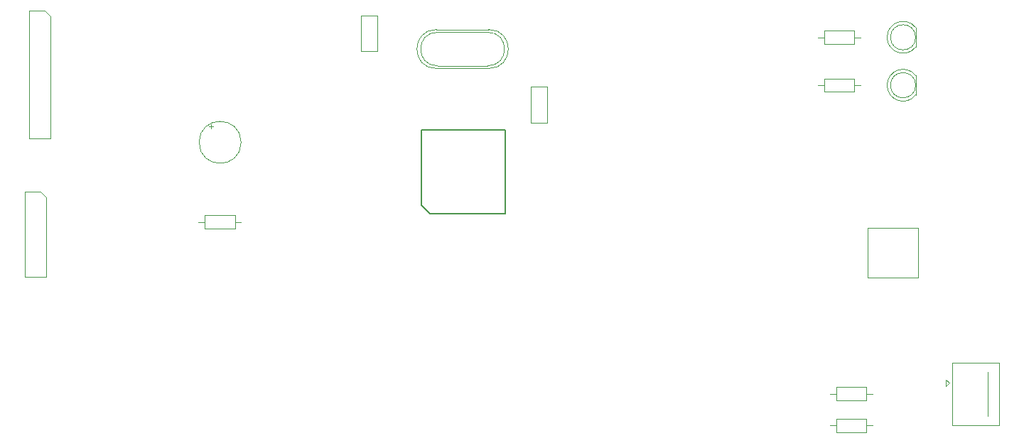
<source format=gbr>
%TF.GenerationSoftware,KiCad,Pcbnew,(5.1.6)-1*%
%TF.CreationDate,2020-10-19T12:16:10+08:00*%
%TF.ProjectId,sim,73696d2e-6b69-4636-9164-5f7063625858,rev?*%
%TF.SameCoordinates,Original*%
%TF.FileFunction,Other,Fab,Bot*%
%FSLAX46Y46*%
G04 Gerber Fmt 4.6, Leading zero omitted, Abs format (unit mm)*
G04 Created by KiCad (PCBNEW (5.1.6)-1) date 2020-10-19 12:16:10*
%MOMM*%
%LPD*%
G01*
G04 APERTURE LIST*
%ADD10C,0.100000*%
%ADD11C,0.150000*%
G04 APERTURE END LIST*
D10*
%TO.C,SW1*%
X162175000Y-76665000D02*
X168175000Y-76665000D01*
X162175000Y-82665000D02*
X168175000Y-82665000D01*
X168175000Y-82665000D02*
X168175000Y-76665000D01*
X162175000Y-82665000D02*
X162175000Y-76665000D01*
%TO.C,C2*%
X103700000Y-55650000D02*
X101800000Y-55650000D01*
X101800000Y-55650000D02*
X101800000Y-51350000D01*
X101800000Y-51350000D02*
X103700000Y-51350000D01*
X103700000Y-51350000D02*
X103700000Y-55650000D01*
D11*
%TO.C,U1*%
X110000000Y-75000000D02*
X119000000Y-75000000D01*
X119000000Y-75000000D02*
X119000000Y-65000000D01*
X119000000Y-65000000D02*
X109000000Y-65000000D01*
X109000000Y-65000000D02*
X109000000Y-74000000D01*
X109000000Y-74000000D02*
X110000000Y-75000000D01*
D10*
%TO.C,Y1*%
X117017000Y-53047000D02*
X110767000Y-53047000D01*
X117017000Y-57697000D02*
X110767000Y-57697000D01*
X116892000Y-53372000D02*
X110892000Y-53372000D01*
X116892000Y-57372000D02*
X110892000Y-57372000D01*
X117017000Y-57697000D02*
G75*
G03*
X117017000Y-53047000I0J2325000D01*
G01*
X110767000Y-57697000D02*
G75*
G02*
X110767000Y-53047000I0J2325000D01*
G01*
X116892000Y-57372000D02*
G75*
G03*
X116892000Y-53372000I0J2000000D01*
G01*
X110892000Y-57372000D02*
G75*
G02*
X110892000Y-53372000I0J2000000D01*
G01*
%TO.C,J1*%
X171900000Y-95200000D02*
X171500000Y-95600000D01*
X171500000Y-95600000D02*
X171500000Y-94800000D01*
X171500000Y-94800000D02*
X171900000Y-95200000D01*
X177800000Y-92750000D02*
X172200000Y-92750000D01*
X177800000Y-100250000D02*
X177800000Y-92750000D01*
X172200000Y-100250000D02*
X177800000Y-100250000D01*
X172200000Y-92750000D02*
X172200000Y-100250000D01*
X176500000Y-93900000D02*
X176500000Y-99100000D01*
%TO.C,J2*%
X63635000Y-72390000D02*
X61730000Y-72390000D01*
X61730000Y-72390000D02*
X61730000Y-82550000D01*
X61730000Y-82550000D02*
X64270000Y-82550000D01*
X64270000Y-82550000D02*
X64270000Y-73025000D01*
X64270000Y-73025000D02*
X63635000Y-72390000D01*
%TO.C,J3*%
X64135000Y-50800000D02*
X62230000Y-50800000D01*
X62230000Y-50800000D02*
X62230000Y-66040000D01*
X62230000Y-66040000D02*
X64770000Y-66040000D01*
X64770000Y-66040000D02*
X64770000Y-51435000D01*
X64770000Y-51435000D02*
X64135000Y-50800000D01*
%TO.C,C1*%
X122050000Y-64150000D02*
X122050000Y-59850000D01*
X123950000Y-64150000D02*
X122050000Y-64150000D01*
X123950000Y-59850000D02*
X123950000Y-64150000D01*
X122050000Y-59850000D02*
X123950000Y-59850000D01*
%TO.C,D15*%
X167870000Y-53975000D02*
G75*
G03*
X167870000Y-53975000I-1500000J0D01*
G01*
X167870000Y-52808810D02*
X167870000Y-55141190D01*
X167870555Y-55140476D02*
G75*
G02*
X167870000Y-52808810I-1500555J1165476D01*
G01*
%TO.C,D16*%
X167870000Y-58523810D02*
X167870000Y-60856190D01*
X167870000Y-59690000D02*
G75*
G03*
X167870000Y-59690000I-1500000J0D01*
G01*
X167870555Y-60855476D02*
G75*
G02*
X167870000Y-58523810I-1500555J1165476D01*
G01*
%TO.C,R1*%
X162750000Y-100250000D02*
X162010000Y-100250000D01*
X157670000Y-100250000D02*
X158410000Y-100250000D01*
X162010000Y-101050000D02*
X158410000Y-101050000D01*
X162010000Y-99450000D02*
X162010000Y-101050000D01*
X158410000Y-99450000D02*
X162010000Y-99450000D01*
X158410000Y-101050000D02*
X158410000Y-99450000D01*
%TO.C,R2*%
X158410000Y-97300000D02*
X158410000Y-95700000D01*
X158410000Y-95700000D02*
X162010000Y-95700000D01*
X162010000Y-95700000D02*
X162010000Y-97300000D01*
X162010000Y-97300000D02*
X158410000Y-97300000D01*
X157670000Y-96500000D02*
X158410000Y-96500000D01*
X162750000Y-96500000D02*
X162010000Y-96500000D01*
%TO.C,R3*%
X82420000Y-76000000D02*
X83160000Y-76000000D01*
X87500000Y-76000000D02*
X86760000Y-76000000D01*
X83160000Y-75200000D02*
X86760000Y-75200000D01*
X83160000Y-76800000D02*
X83160000Y-75200000D01*
X86760000Y-76800000D02*
X83160000Y-76800000D01*
X86760000Y-75200000D02*
X86760000Y-76800000D01*
%TO.C,R4*%
X156950000Y-54775000D02*
X156950000Y-53175000D01*
X156950000Y-53175000D02*
X160550000Y-53175000D01*
X160550000Y-53175000D02*
X160550000Y-54775000D01*
X160550000Y-54775000D02*
X156950000Y-54775000D01*
X156210000Y-53975000D02*
X156950000Y-53975000D01*
X161290000Y-53975000D02*
X160550000Y-53975000D01*
%TO.C,R5*%
X156950000Y-60490000D02*
X156950000Y-58890000D01*
X156950000Y-58890000D02*
X160550000Y-58890000D01*
X160550000Y-58890000D02*
X160550000Y-60490000D01*
X160550000Y-60490000D02*
X156950000Y-60490000D01*
X156210000Y-59690000D02*
X156950000Y-59690000D01*
X161290000Y-59690000D02*
X160550000Y-59690000D01*
%TO.C,C3*%
X83662500Y-64616395D02*
X84162500Y-64616395D01*
X83912500Y-64366395D02*
X83912500Y-64866395D01*
X87500000Y-66500000D02*
G75*
G03*
X87500000Y-66500000I-2500000J0D01*
G01*
%TD*%
M02*

</source>
